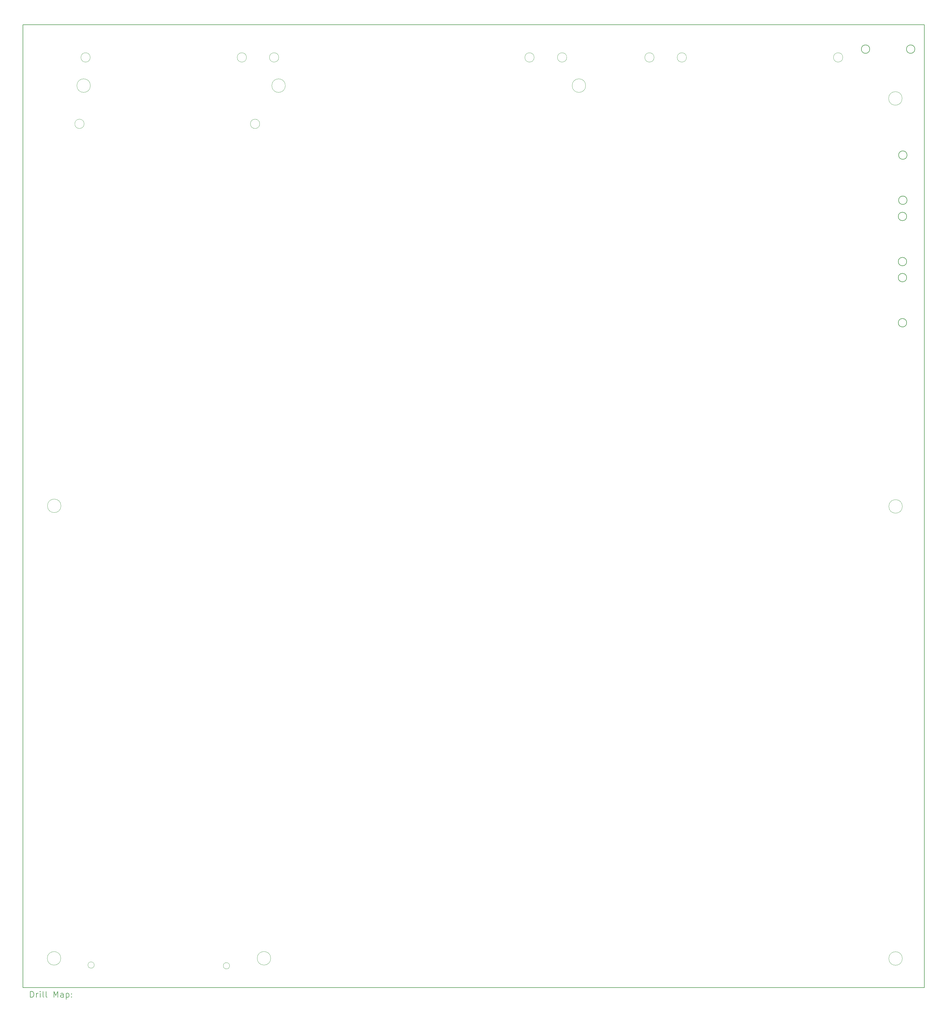
<source format=gbr>
%TF.GenerationSoftware,KiCad,Pcbnew,9.0.6*%
%TF.CreationDate,2025-11-01T23:52:29+00:00*%
%TF.ProjectId,EinsteinTC01,45696e73-7465-4696-9e54-4330312e6b69,rev?*%
%TF.SameCoordinates,Original*%
%TF.FileFunction,Drillmap*%
%TF.FilePolarity,Positive*%
%FSLAX45Y45*%
G04 Gerber Fmt 4.5, Leading zero omitted, Abs format (unit mm)*
G04 Created by KiCad (PCBNEW 9.0.6) date 2025-11-01 23:52:29*
%MOMM*%
%LPD*%
G01*
G04 APERTURE LIST*
%ADD10C,0.050000*%
%ADD11C,0.200000*%
%ADD12C,0.150000*%
%ADD13C,0.100000*%
G04 APERTURE END LIST*
D10*
X38241080Y-18038920D02*
G75*
G02*
X37790920Y-18038920I-225080J0D01*
G01*
X37790920Y-18038920D02*
G75*
G02*
X38241080Y-18038920I225080J0D01*
G01*
X27083013Y-3119000D02*
G75*
G02*
X26772987Y-3119000I-155013J0D01*
G01*
X26772987Y-3119000D02*
G75*
G02*
X27083013Y-3119000I155013J0D01*
G01*
X38240080Y-33061920D02*
G75*
G02*
X37789920Y-33061920I-225080J0D01*
G01*
X37789920Y-33061920D02*
G75*
G02*
X38240080Y-33061920I225080J0D01*
G01*
X27712080Y-4055987D02*
G75*
G02*
X27261920Y-4055987I-225080J0D01*
G01*
X27261920Y-4055987D02*
G75*
G02*
X27712080Y-4055987I225080J0D01*
G01*
X11035013Y-5325987D02*
G75*
G02*
X10724987Y-5325987I-155013J0D01*
G01*
X10724987Y-5325987D02*
G75*
G02*
X11035013Y-5325987I155013J0D01*
G01*
X17240080Y-33054920D02*
G75*
G02*
X16789920Y-33054920I-225080J0D01*
G01*
X16789920Y-33054920D02*
G75*
G02*
X17240080Y-33054920I225080J0D01*
G01*
X10266080Y-18019920D02*
G75*
G02*
X9815920Y-18019920I-225080J0D01*
G01*
X9815920Y-18019920D02*
G75*
G02*
X10266080Y-18019920I225080J0D01*
G01*
X38234080Y-4481920D02*
G75*
G02*
X37783920Y-4481920I-225080J0D01*
G01*
X37783920Y-4481920D02*
G75*
G02*
X38234080Y-4481920I225080J0D01*
G01*
X36261013Y-3119000D02*
G75*
G02*
X35950987Y-3119000I-155013J0D01*
G01*
X35950987Y-3119000D02*
G75*
G02*
X36261013Y-3119000I155013J0D01*
G01*
X11238013Y-3119000D02*
G75*
G02*
X10927987Y-3119000I-155013J0D01*
G01*
X10927987Y-3119000D02*
G75*
G02*
X11238013Y-3119000I155013J0D01*
G01*
X25999013Y-3119000D02*
G75*
G02*
X25688987Y-3119000I-155013J0D01*
G01*
X25688987Y-3119000D02*
G75*
G02*
X25999013Y-3119000I155013J0D01*
G01*
X17725080Y-4055987D02*
G75*
G02*
X17274920Y-4055987I-225080J0D01*
G01*
X17274920Y-4055987D02*
G75*
G02*
X17725080Y-4055987I225080J0D01*
G01*
X17507013Y-3119000D02*
G75*
G02*
X17196987Y-3119000I-155013J0D01*
G01*
X17196987Y-3119000D02*
G75*
G02*
X17507013Y-3119000I155013J0D01*
G01*
X31064013Y-3119000D02*
G75*
G02*
X30753987Y-3119000I-155013J0D01*
G01*
X30753987Y-3119000D02*
G75*
G02*
X31064013Y-3119000I155013J0D01*
G01*
X16434013Y-3119000D02*
G75*
G02*
X16123987Y-3119000I-155013J0D01*
G01*
X16123987Y-3119000D02*
G75*
G02*
X16434013Y-3119000I155013J0D01*
G01*
D11*
X8998000Y-2030000D02*
X38968000Y-2030000D01*
X38968000Y-34030000D01*
X8998000Y-34030000D01*
X8998000Y-2030000D01*
D10*
X11244080Y-4055987D02*
G75*
G02*
X10793920Y-4055987I-225080J0D01*
G01*
X10793920Y-4055987D02*
G75*
G02*
X11244080Y-4055987I225080J0D01*
G01*
X10260080Y-33056920D02*
G75*
G02*
X9809920Y-33056920I-225080J0D01*
G01*
X9809920Y-33056920D02*
G75*
G02*
X10260080Y-33056920I225080J0D01*
G01*
X16874013Y-5325987D02*
G75*
G02*
X16563987Y-5325987I-155013J0D01*
G01*
X16563987Y-5325987D02*
G75*
G02*
X16874013Y-5325987I155013J0D01*
G01*
X29987013Y-3119000D02*
G75*
G02*
X29676987Y-3119000I-155013J0D01*
G01*
X29676987Y-3119000D02*
G75*
G02*
X29987013Y-3119000I155013J0D01*
G01*
D12*
X37157000Y-2843500D02*
G75*
G02*
X36877000Y-2843500I-140000J0D01*
G01*
X36877000Y-2843500D02*
G75*
G02*
X37157000Y-2843500I140000J0D01*
G01*
X38657000Y-2843500D02*
G75*
G02*
X38377000Y-2843500I-140000J0D01*
G01*
X38377000Y-2843500D02*
G75*
G02*
X38657000Y-2843500I140000J0D01*
G01*
X38385000Y-8403500D02*
G75*
G02*
X38105000Y-8403500I-140000J0D01*
G01*
X38105000Y-8403500D02*
G75*
G02*
X38385000Y-8403500I140000J0D01*
G01*
X38385000Y-9903500D02*
G75*
G02*
X38105000Y-9903500I-140000J0D01*
G01*
X38105000Y-9903500D02*
G75*
G02*
X38385000Y-9903500I140000J0D01*
G01*
X38397000Y-6365000D02*
G75*
G02*
X38117000Y-6365000I-140000J0D01*
G01*
X38117000Y-6365000D02*
G75*
G02*
X38397000Y-6365000I140000J0D01*
G01*
X38397000Y-7865000D02*
G75*
G02*
X38117000Y-7865000I-140000J0D01*
G01*
X38117000Y-7865000D02*
G75*
G02*
X38397000Y-7865000I140000J0D01*
G01*
X38385000Y-10436000D02*
G75*
G02*
X38105000Y-10436000I-140000J0D01*
G01*
X38105000Y-10436000D02*
G75*
G02*
X38385000Y-10436000I140000J0D01*
G01*
X38385000Y-11936000D02*
G75*
G02*
X38105000Y-11936000I-140000J0D01*
G01*
X38105000Y-11936000D02*
G75*
G02*
X38385000Y-11936000I140000J0D01*
G01*
D13*
X11372000Y-33279000D02*
G75*
G02*
X11162000Y-33279000I-105000J0D01*
G01*
X11162000Y-33279000D02*
G75*
G02*
X11372000Y-33279000I105000J0D01*
G01*
X15872000Y-33304000D02*
G75*
G02*
X15662000Y-33304000I-105000J0D01*
G01*
X15662000Y-33304000D02*
G75*
G02*
X15872000Y-33304000I105000J0D01*
G01*
D11*
X9248777Y-34351484D02*
X9248777Y-34151484D01*
X9248777Y-34151484D02*
X9296396Y-34151484D01*
X9296396Y-34151484D02*
X9324967Y-34161008D01*
X9324967Y-34161008D02*
X9344015Y-34180055D01*
X9344015Y-34180055D02*
X9353539Y-34199103D01*
X9353539Y-34199103D02*
X9363063Y-34237198D01*
X9363063Y-34237198D02*
X9363063Y-34265770D01*
X9363063Y-34265770D02*
X9353539Y-34303865D01*
X9353539Y-34303865D02*
X9344015Y-34322912D01*
X9344015Y-34322912D02*
X9324967Y-34341960D01*
X9324967Y-34341960D02*
X9296396Y-34351484D01*
X9296396Y-34351484D02*
X9248777Y-34351484D01*
X9448777Y-34351484D02*
X9448777Y-34218150D01*
X9448777Y-34256246D02*
X9458301Y-34237198D01*
X9458301Y-34237198D02*
X9467824Y-34227674D01*
X9467824Y-34227674D02*
X9486872Y-34218150D01*
X9486872Y-34218150D02*
X9505920Y-34218150D01*
X9572586Y-34351484D02*
X9572586Y-34218150D01*
X9572586Y-34151484D02*
X9563063Y-34161008D01*
X9563063Y-34161008D02*
X9572586Y-34170531D01*
X9572586Y-34170531D02*
X9582110Y-34161008D01*
X9582110Y-34161008D02*
X9572586Y-34151484D01*
X9572586Y-34151484D02*
X9572586Y-34170531D01*
X9696396Y-34351484D02*
X9677348Y-34341960D01*
X9677348Y-34341960D02*
X9667824Y-34322912D01*
X9667824Y-34322912D02*
X9667824Y-34151484D01*
X9801158Y-34351484D02*
X9782110Y-34341960D01*
X9782110Y-34341960D02*
X9772586Y-34322912D01*
X9772586Y-34322912D02*
X9772586Y-34151484D01*
X10029729Y-34351484D02*
X10029729Y-34151484D01*
X10029729Y-34151484D02*
X10096396Y-34294341D01*
X10096396Y-34294341D02*
X10163063Y-34151484D01*
X10163063Y-34151484D02*
X10163063Y-34351484D01*
X10344015Y-34351484D02*
X10344015Y-34246722D01*
X10344015Y-34246722D02*
X10334491Y-34227674D01*
X10334491Y-34227674D02*
X10315444Y-34218150D01*
X10315444Y-34218150D02*
X10277348Y-34218150D01*
X10277348Y-34218150D02*
X10258301Y-34227674D01*
X10344015Y-34341960D02*
X10324967Y-34351484D01*
X10324967Y-34351484D02*
X10277348Y-34351484D01*
X10277348Y-34351484D02*
X10258301Y-34341960D01*
X10258301Y-34341960D02*
X10248777Y-34322912D01*
X10248777Y-34322912D02*
X10248777Y-34303865D01*
X10248777Y-34303865D02*
X10258301Y-34284817D01*
X10258301Y-34284817D02*
X10277348Y-34275293D01*
X10277348Y-34275293D02*
X10324967Y-34275293D01*
X10324967Y-34275293D02*
X10344015Y-34265770D01*
X10439253Y-34218150D02*
X10439253Y-34418150D01*
X10439253Y-34227674D02*
X10458301Y-34218150D01*
X10458301Y-34218150D02*
X10496396Y-34218150D01*
X10496396Y-34218150D02*
X10515444Y-34227674D01*
X10515444Y-34227674D02*
X10524967Y-34237198D01*
X10524967Y-34237198D02*
X10534491Y-34256246D01*
X10534491Y-34256246D02*
X10534491Y-34313389D01*
X10534491Y-34313389D02*
X10524967Y-34332436D01*
X10524967Y-34332436D02*
X10515444Y-34341960D01*
X10515444Y-34341960D02*
X10496396Y-34351484D01*
X10496396Y-34351484D02*
X10458301Y-34351484D01*
X10458301Y-34351484D02*
X10439253Y-34341960D01*
X10620205Y-34332436D02*
X10629729Y-34341960D01*
X10629729Y-34341960D02*
X10620205Y-34351484D01*
X10620205Y-34351484D02*
X10610682Y-34341960D01*
X10610682Y-34341960D02*
X10620205Y-34332436D01*
X10620205Y-34332436D02*
X10620205Y-34351484D01*
X10620205Y-34227674D02*
X10629729Y-34237198D01*
X10629729Y-34237198D02*
X10620205Y-34246722D01*
X10620205Y-34246722D02*
X10610682Y-34237198D01*
X10610682Y-34237198D02*
X10620205Y-34227674D01*
X10620205Y-34227674D02*
X10620205Y-34246722D01*
M02*

</source>
